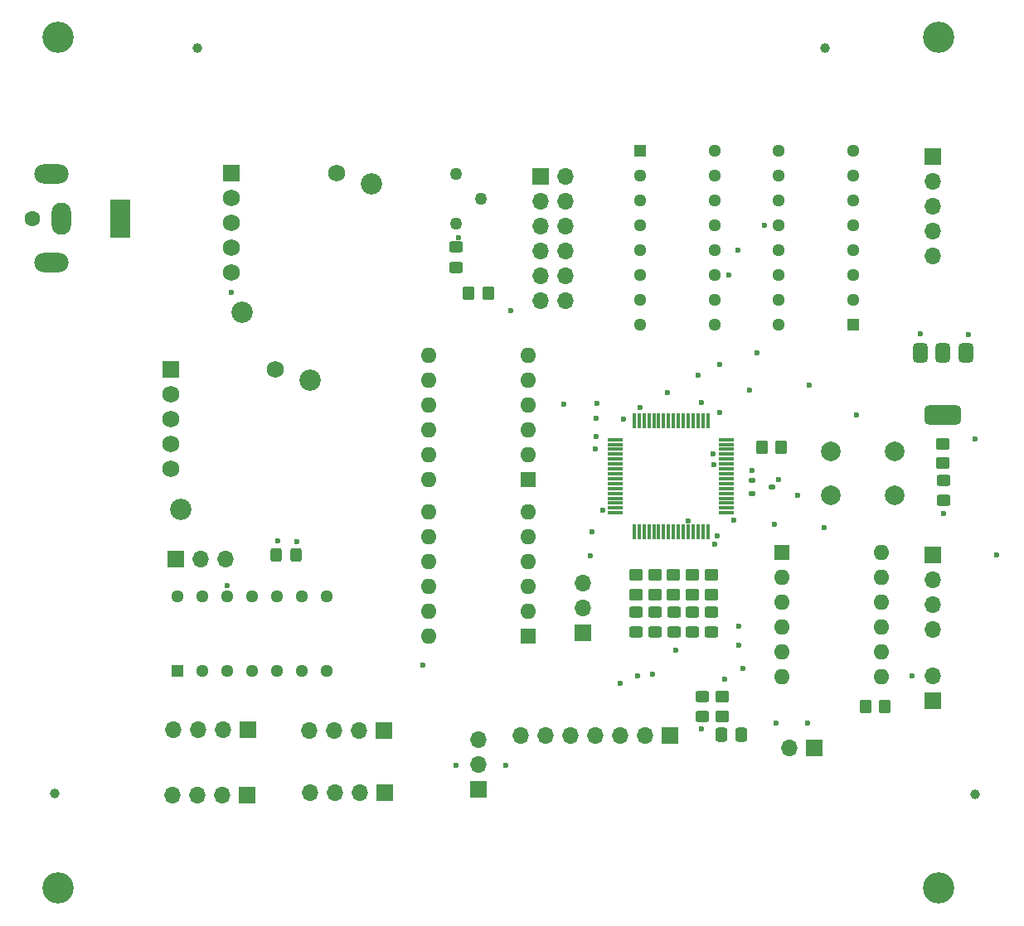
<source format=gbr>
%TF.GenerationSoftware,KiCad,Pcbnew,8.0.7*%
%TF.CreationDate,2025-03-12T15:09:51-04:00*%
%TF.ProjectId,skee-ball,736b6565-2d62-4616-9c6c-2e6b69636164,2*%
%TF.SameCoordinates,Original*%
%TF.FileFunction,Soldermask,Top*%
%TF.FilePolarity,Negative*%
%FSLAX46Y46*%
G04 Gerber Fmt 4.6, Leading zero omitted, Abs format (unit mm)*
G04 Created by KiCad (PCBNEW 8.0.7) date 2025-03-12 15:09:51*
%MOMM*%
%LPD*%
G01*
G04 APERTURE LIST*
G04 Aperture macros list*
%AMRoundRect*
0 Rectangle with rounded corners*
0 $1 Rounding radius*
0 $2 $3 $4 $5 $6 $7 $8 $9 X,Y pos of 4 corners*
0 Add a 4 corners polygon primitive as box body*
4,1,4,$2,$3,$4,$5,$6,$7,$8,$9,$2,$3,0*
0 Add four circle primitives for the rounded corners*
1,1,$1+$1,$2,$3*
1,1,$1+$1,$4,$5*
1,1,$1+$1,$6,$7*
1,1,$1+$1,$8,$9*
0 Add four rect primitives between the rounded corners*
20,1,$1+$1,$2,$3,$4,$5,0*
20,1,$1+$1,$4,$5,$6,$7,0*
20,1,$1+$1,$6,$7,$8,$9,0*
20,1,$1+$1,$8,$9,$2,$3,0*%
G04 Aperture macros list end*
%ADD10RoundRect,0.250000X0.350000X0.450000X-0.350000X0.450000X-0.350000X-0.450000X0.350000X-0.450000X0*%
%ADD11R,1.700000X1.700000*%
%ADD12O,1.700000X1.700000*%
%ADD13C,2.000000*%
%ADD14RoundRect,0.250000X0.450000X-0.325000X0.450000X0.325000X-0.450000X0.325000X-0.450000X-0.325000X0*%
%ADD15RoundRect,0.112500X-0.237500X0.112500X-0.237500X-0.112500X0.237500X-0.112500X0.237500X0.112500X0*%
%ADD16C,1.600000*%
%ADD17R,2.000000X4.000000*%
%ADD18O,2.000000X3.300000*%
%ADD19O,3.500000X2.000000*%
%ADD20RoundRect,0.250000X0.337500X0.475000X-0.337500X0.475000X-0.337500X-0.475000X0.337500X-0.475000X0*%
%ADD21RoundRect,0.250000X-0.450000X0.350000X-0.450000X-0.350000X0.450000X-0.350000X0.450000X0.350000X0*%
%ADD22R,1.295400X1.295400*%
%ADD23C,1.295400*%
%ADD24C,3.200000*%
%ADD25RoundRect,0.250000X-0.450000X0.325000X-0.450000X-0.325000X0.450000X-0.325000X0.450000X0.325000X0*%
%ADD26RoundRect,0.250000X-0.325000X-0.450000X0.325000X-0.450000X0.325000X0.450000X-0.325000X0.450000X0*%
%ADD27RoundRect,0.250000X0.450000X-0.350000X0.450000X0.350000X-0.450000X0.350000X-0.450000X-0.350000X0*%
%ADD28R,1.600000X1.600000*%
%ADD29O,1.600000X1.600000*%
%ADD30C,1.260000*%
%ADD31RoundRect,0.375000X-0.375000X0.625000X-0.375000X-0.625000X0.375000X-0.625000X0.375000X0.625000X0*%
%ADD32RoundRect,0.500000X-1.400000X0.500000X-1.400000X-0.500000X1.400000X-0.500000X1.400000X0.500000X0*%
%ADD33RoundRect,0.075000X0.700000X0.075000X-0.700000X0.075000X-0.700000X-0.075000X0.700000X-0.075000X0*%
%ADD34RoundRect,0.075000X0.075000X0.700000X-0.075000X0.700000X-0.075000X-0.700000X0.075000X-0.700000X0*%
%ADD35C,2.180000*%
%ADD36RoundRect,0.102000X-0.765000X0.765000X-0.765000X-0.765000X0.765000X-0.765000X0.765000X0.765000X0*%
%ADD37C,1.734000*%
%ADD38C,0.600000*%
%ADD39C,1.000000*%
G04 APERTURE END LIST*
D10*
%TO.C,R12*%
X146491200Y-69672200D03*
X144491200Y-69672200D03*
%TD*%
D11*
%TO.C,J18*%
X149883400Y-100330000D03*
D12*
X147343400Y-100330000D03*
%TD*%
D13*
%TO.C,SW1*%
X151536400Y-70053200D03*
X158036400Y-70053200D03*
X151536400Y-74553200D03*
X158036400Y-74553200D03*
%TD*%
D14*
%TO.C,D9*%
X163040000Y-75075000D03*
X163040000Y-73025000D03*
%TD*%
D15*
%TO.C,U11*%
X143510000Y-73045800D03*
X143510000Y-74345800D03*
X145510000Y-73695800D03*
%TD*%
D16*
%TO.C,J4*%
X70000000Y-46228000D03*
D17*
X79000000Y-46228000D03*
D18*
X73000000Y-46228000D03*
D19*
X72000000Y-41728000D03*
X72000000Y-50728000D03*
%TD*%
D20*
%TO.C,FB1*%
X142437500Y-99010000D03*
X140362500Y-99010000D03*
%TD*%
D11*
%TO.C,J27*%
X105968800Y-104978200D03*
D12*
X103428800Y-104978200D03*
X100888800Y-104978200D03*
X98348800Y-104978200D03*
%TD*%
D21*
%TO.C,R4*%
X137395000Y-82688000D03*
X137395000Y-84688000D03*
%TD*%
D22*
%TO.C,U6*%
X153822400Y-57099200D03*
D23*
X153822400Y-54559200D03*
X153822400Y-52019200D03*
X153822400Y-49479200D03*
X153822400Y-46939200D03*
X153822400Y-44399200D03*
X153822400Y-41859200D03*
X153822400Y-39319200D03*
X146202400Y-39319200D03*
X146202400Y-41859200D03*
X146202400Y-44399200D03*
X146202400Y-46939200D03*
X146202400Y-49479200D03*
X146202400Y-52019200D03*
X146202400Y-54559200D03*
X146202400Y-57099200D03*
%TD*%
D21*
%TO.C,R3*%
X135495000Y-82672000D03*
X135495000Y-84672000D03*
%TD*%
D14*
%TO.C,D6*%
X138440000Y-97155000D03*
X138440000Y-95105000D03*
%TD*%
D24*
%TO.C,H1*%
X72670000Y-27740000D03*
%TD*%
D25*
%TO.C,D7*%
X113258600Y-49186700D03*
X113258600Y-51236700D03*
%TD*%
D11*
%TO.C,J2*%
X161950400Y-95580200D03*
D12*
X161950400Y-93040200D03*
%TD*%
D11*
%TO.C,J20*%
X84658200Y-81051400D03*
D12*
X87198200Y-81051400D03*
X89738200Y-81051400D03*
%TD*%
D26*
%TO.C,D8*%
X94925400Y-80654600D03*
X96975400Y-80654600D03*
%TD*%
D11*
%TO.C,J36*%
X161950400Y-80619600D03*
D12*
X161950400Y-83159600D03*
X161950400Y-85699600D03*
X161950400Y-88239600D03*
%TD*%
D27*
%TO.C,R8*%
X140430000Y-97130000D03*
X140430000Y-95130000D03*
%TD*%
D10*
%TO.C,R15*%
X157067000Y-96113600D03*
X155067000Y-96113600D03*
%TD*%
D24*
%TO.C,H2*%
X162540000Y-27740000D03*
%TD*%
D28*
%TO.C,U9*%
X146583400Y-80369600D03*
D29*
X146583400Y-82909600D03*
X146583400Y-85449600D03*
X146583400Y-87989600D03*
X146583400Y-90529600D03*
X146583400Y-93069600D03*
X156743400Y-93069600D03*
X156743400Y-90529600D03*
X156743400Y-87989600D03*
X156743400Y-85449600D03*
X156743400Y-82909600D03*
X156743400Y-80369600D03*
%TD*%
D30*
%TO.C,RV1*%
X113284000Y-41660000D03*
X115824000Y-44200000D03*
X113284000Y-46740000D03*
%TD*%
D21*
%TO.C,R6*%
X131645000Y-82688000D03*
X131645000Y-84688000D03*
%TD*%
D14*
%TO.C,D2*%
X137420000Y-88527500D03*
X137420000Y-86477500D03*
%TD*%
%TO.C,D1*%
X135520000Y-88527500D03*
X135520000Y-86477500D03*
%TD*%
D11*
%TO.C,U2*%
X135128000Y-99060000D03*
D12*
X132588000Y-99060000D03*
X130048000Y-99060000D03*
X127508000Y-99060000D03*
X124968000Y-99060000D03*
X122428000Y-99060000D03*
X119888000Y-99060000D03*
%TD*%
D11*
%TO.C,J22*%
X91922600Y-105181400D03*
D12*
X89382600Y-105181400D03*
X86842600Y-105181400D03*
X84302600Y-105181400D03*
%TD*%
D31*
%TO.C,U13*%
X165317200Y-59994800D03*
X163017200Y-59994800D03*
D32*
X163017200Y-66294800D03*
D31*
X160717200Y-59994800D03*
%TD*%
D24*
%TO.C,H3*%
X162540000Y-114720000D03*
%TD*%
D33*
%TO.C,U4*%
X140901500Y-76345000D03*
X140901500Y-75845000D03*
X140901500Y-75345000D03*
X140901500Y-74845000D03*
X140901500Y-74345000D03*
X140901500Y-73845000D03*
X140901500Y-73345000D03*
X140901500Y-72845000D03*
X140901500Y-72345000D03*
X140901500Y-71845000D03*
X140901500Y-71345000D03*
X140901500Y-70845000D03*
X140901500Y-70345000D03*
X140901500Y-69845000D03*
X140901500Y-69345000D03*
X140901500Y-68845000D03*
D34*
X138976500Y-66920000D03*
X138476500Y-66920000D03*
X137976500Y-66920000D03*
X137476500Y-66920000D03*
X136976500Y-66920000D03*
X136476500Y-66920000D03*
X135976500Y-66920000D03*
X135476500Y-66920000D03*
X134976500Y-66920000D03*
X134476500Y-66920000D03*
X133976500Y-66920000D03*
X133476500Y-66920000D03*
X132976500Y-66920000D03*
X132476500Y-66920000D03*
X131976500Y-66920000D03*
X131476500Y-66920000D03*
D33*
X129551500Y-68845000D03*
X129551500Y-69345000D03*
X129551500Y-69845000D03*
X129551500Y-70345000D03*
X129551500Y-70845000D03*
X129551500Y-71345000D03*
X129551500Y-71845000D03*
X129551500Y-72345000D03*
X129551500Y-72845000D03*
X129551500Y-73345000D03*
X129551500Y-73845000D03*
X129551500Y-74345000D03*
X129551500Y-74845000D03*
X129551500Y-75345000D03*
X129551500Y-75845000D03*
X129551500Y-76345000D03*
D34*
X131476500Y-78270000D03*
X131976500Y-78270000D03*
X132476500Y-78270000D03*
X132976500Y-78270000D03*
X133476500Y-78270000D03*
X133976500Y-78270000D03*
X134476500Y-78270000D03*
X134976500Y-78270000D03*
X135476500Y-78270000D03*
X135976500Y-78270000D03*
X136476500Y-78270000D03*
X136976500Y-78270000D03*
X137476500Y-78270000D03*
X137976500Y-78270000D03*
X138476500Y-78270000D03*
X138976500Y-78270000D03*
%TD*%
D21*
%TO.C,R5*%
X139320000Y-82690000D03*
X139320000Y-84690000D03*
%TD*%
D22*
%TO.C,U5*%
X132080000Y-39319200D03*
D23*
X132080000Y-41859200D03*
X132080000Y-44399200D03*
X132080000Y-46939200D03*
X132080000Y-49479200D03*
X132080000Y-52019200D03*
X132080000Y-54559200D03*
X132080000Y-57099200D03*
X139700000Y-57099200D03*
X139700000Y-54559200D03*
X139700000Y-52019200D03*
X139700000Y-49479200D03*
X139700000Y-46939200D03*
X139700000Y-44399200D03*
X139700000Y-41859200D03*
X139700000Y-39319200D03*
%TD*%
D11*
%TO.C,J26*%
X105892600Y-98552000D03*
D12*
X103352600Y-98552000D03*
X100812600Y-98552000D03*
X98272600Y-98552000D03*
%TD*%
D11*
%TO.C,J21*%
X92024200Y-98475800D03*
D12*
X89484200Y-98475800D03*
X86944200Y-98475800D03*
X84404200Y-98475800D03*
%TD*%
D24*
%TO.C,H4*%
X72670000Y-114660000D03*
%TD*%
D10*
%TO.C,R9*%
X116560000Y-53860000D03*
X114560000Y-53860000D03*
%TD*%
D11*
%TO.C,J19*%
X115540000Y-104630000D03*
D12*
X115540000Y-102090000D03*
X115540000Y-99550000D03*
%TD*%
D11*
%TO.C,J5*%
X161975800Y-39925000D03*
D12*
X161975800Y-42465000D03*
X161975800Y-45005000D03*
X161975800Y-47545000D03*
X161975800Y-50085000D03*
%TD*%
D35*
%TO.C,U1*%
X98388500Y-62750900D03*
X85188500Y-75950900D03*
D36*
X84158500Y-61720900D03*
D37*
X84158500Y-64260900D03*
X84158500Y-66800900D03*
X84158500Y-69340900D03*
X84158500Y-71880900D03*
X94848500Y-61720900D03*
%TD*%
D21*
%TO.C,R11*%
X163000000Y-69270000D03*
X163000000Y-71270000D03*
%TD*%
D14*
%TO.C,D4*%
X131668200Y-88527500D03*
X131668200Y-86477500D03*
%TD*%
D21*
%TO.C,R7*%
X133579000Y-82688000D03*
X133579000Y-84688000D03*
%TD*%
D28*
%TO.C,U10*%
X120650000Y-88900000D03*
D29*
X120650000Y-86360000D03*
X120650000Y-83820000D03*
X120650000Y-81280000D03*
X120650000Y-78740000D03*
X120650000Y-76200000D03*
X110490000Y-76200000D03*
X110490000Y-78740000D03*
X110490000Y-81280000D03*
X110490000Y-83820000D03*
X110490000Y-86360000D03*
X110490000Y-88900000D03*
%TD*%
D28*
%TO.C,U8*%
X120650000Y-72898000D03*
D29*
X120650000Y-70358000D03*
X120650000Y-67818000D03*
X120650000Y-65278000D03*
X120650000Y-62738000D03*
X120650000Y-60198000D03*
X110490000Y-60198000D03*
X110490000Y-62738000D03*
X110490000Y-65278000D03*
X110490000Y-67818000D03*
X110490000Y-70358000D03*
X110490000Y-72898000D03*
%TD*%
D14*
%TO.C,D5*%
X133620000Y-88527500D03*
X133620000Y-86477500D03*
%TD*%
D11*
%TO.C,J13*%
X126238000Y-88631000D03*
D12*
X126238000Y-86091000D03*
X126238000Y-83551000D03*
%TD*%
D22*
%TO.C,U7*%
X84861400Y-92532200D03*
D23*
X87401400Y-92532200D03*
X89941400Y-92532200D03*
X92481400Y-92532200D03*
X95021400Y-92532200D03*
X97561400Y-92532200D03*
X100101400Y-92532200D03*
X100101400Y-84912200D03*
X97561400Y-84912200D03*
X95021400Y-84912200D03*
X92481400Y-84912200D03*
X89941400Y-84912200D03*
X87401400Y-84912200D03*
X84861400Y-84912200D03*
%TD*%
D14*
%TO.C,D3*%
X139345000Y-88527500D03*
X139345000Y-86477500D03*
%TD*%
D11*
%TO.C,J3*%
X121920000Y-41910000D03*
D12*
X124460000Y-41910000D03*
X121920000Y-44450000D03*
X124460000Y-44450000D03*
X121920000Y-46990000D03*
X124460000Y-46990000D03*
X121920000Y-49530000D03*
X124460000Y-49530000D03*
X121920000Y-52070000D03*
X124460000Y-52070000D03*
X121920000Y-54610000D03*
X124460000Y-54610000D03*
%TD*%
D35*
%TO.C,U3*%
X104600000Y-42676000D03*
X91400000Y-55876000D03*
D36*
X90370000Y-41646000D03*
D37*
X90370000Y-44186000D03*
X90370000Y-46726000D03*
X90370000Y-49266000D03*
X90370000Y-51806000D03*
X101060000Y-41646000D03*
%TD*%
D38*
X127609600Y-66700400D03*
X133360000Y-92800000D03*
X141650000Y-77090000D03*
X145750000Y-77540000D03*
X127190000Y-78240000D03*
X138300000Y-65100000D03*
X150876000Y-77876400D03*
X134874000Y-64008000D03*
X139979400Y-78663800D03*
X154178000Y-66294000D03*
X149352000Y-63246000D03*
X149160000Y-97840000D03*
X143256000Y-63754000D03*
X142110000Y-89870000D03*
X142600000Y-92250000D03*
X145940000Y-97820000D03*
X124260000Y-65200000D03*
X143510000Y-72009000D03*
X127650000Y-65170000D03*
X166270000Y-68750000D03*
X130380000Y-66720000D03*
X142140000Y-87940000D03*
X140210000Y-66060000D03*
X132080000Y-65532000D03*
X135750000Y-90340000D03*
D39*
X150980000Y-28820000D03*
X72270000Y-105020000D03*
D38*
X139700000Y-79502000D03*
X113520000Y-48220000D03*
D39*
X86900000Y-28820000D03*
D38*
X95040000Y-79240000D03*
X139573000Y-71374000D03*
X146253200Y-72974200D03*
X128290000Y-76100000D03*
D39*
X166290000Y-105120000D03*
D38*
X138380000Y-98390000D03*
X165640000Y-58160000D03*
X163060000Y-76420000D03*
X127558800Y-68503800D03*
X131826000Y-92964000D03*
X130048000Y-93726000D03*
X127508000Y-69799200D03*
X141097000Y-52019200D03*
X138000000Y-62230000D03*
X140208000Y-61137800D03*
X144805400Y-46939200D03*
X142062200Y-49479200D03*
X144018000Y-59944000D03*
X109931200Y-91897200D03*
X89941400Y-83769200D03*
X90320000Y-53780000D03*
X118872000Y-55626000D03*
X160720000Y-58040000D03*
X168470000Y-80650000D03*
X97040000Y-79260000D03*
X126960000Y-80770000D03*
X139496800Y-70332600D03*
X113284000Y-102108000D03*
X140720000Y-93330000D03*
X118364000Y-102108000D03*
X148183600Y-74553200D03*
X159867600Y-93040200D03*
X136976500Y-77165200D03*
M02*

</source>
